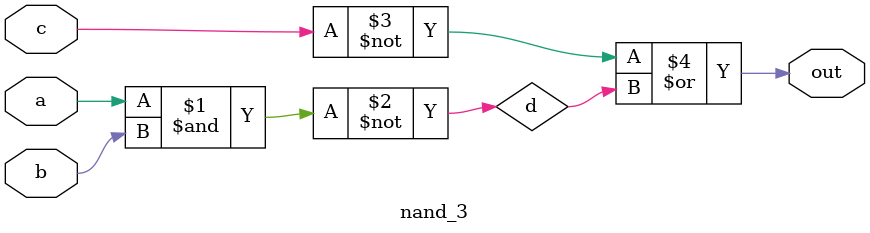
<source format=v>
`timescale 1ns / 1ps
module nand_3(
    input a,
    input b,
    input c,
    output out
    );
wire d;
nand n1(d,a,b);
or(out,~c,d);

endmodule

</source>
